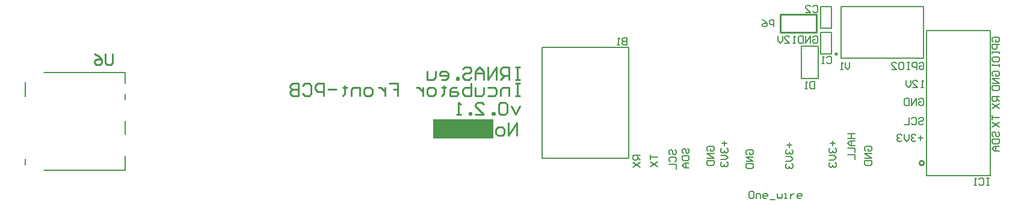
<source format=gbo>
G04*
G04 #@! TF.GenerationSoftware,Altium Limited,Altium Designer,18.1.9 (240)*
G04*
G04 Layer_Color=32896*
%FSAX25Y25*%
%MOIN*%
G70*
G01*
G75*
%ADD10C,0.00984*%
%ADD11C,0.00787*%
%ADD12C,0.00591*%
%ADD14C,0.01000*%
%ADD64C,0.00394*%
%ADD65R,0.33435X0.10700*%
D10*
X0604826Y0355192D02*
G03*
X0604826Y0355192I-0000536J0000000D01*
G01*
D11*
X0165322Y0290607D02*
X0210243D01*
X0165361Y0345056D02*
X0210342D01*
X0154889Y0293631D02*
Y0296938D01*
Y0331702D02*
Y0339615D01*
X0210361Y0338946D02*
Y0345036D01*
X0210342Y0345056D02*
X0210361Y0345036D01*
X0210283Y0329890D02*
Y0332804D01*
X0210322Y0310560D02*
Y0317922D01*
X0210243Y0290607D02*
Y0298552D01*
X0667218Y0287513D02*
X0689639D01*
Y0368261D01*
X0654206D02*
X0689639D01*
X0654206Y0308183D02*
Y0368261D01*
X0654187Y0287513D02*
X0667218D01*
X0654206Y0287639D02*
Y0308183D01*
Y0287639D02*
X0654332Y0287513D01*
X0606850Y0352869D02*
Y0381570D01*
X0652558D01*
X0652637Y0381491D01*
Y0352869D02*
Y0381491D01*
X0606850Y0352869D02*
X0652637D01*
X0595547Y0367305D02*
X0601492D01*
Y0355258D02*
Y0367305D01*
X0595547Y0355258D02*
X0601492D01*
X0595547D02*
Y0367305D01*
X0601553Y0369495D02*
Y0381542D01*
X0595608D02*
X0601553D01*
X0595608Y0369495D02*
Y0381542D01*
Y0369495D02*
X0601553D01*
X0585115Y0359498D02*
X0594288D01*
Y0341781D02*
Y0359498D01*
X0594170Y0341663D02*
X0594288Y0341781D01*
X0585115Y0341663D02*
X0594170D01*
X0585115D02*
Y0359498D01*
X0489060Y0297285D02*
X0489192Y0297680D01*
X0441239Y0297285D02*
X0441279Y0302443D01*
Y0304214D01*
Y0359057D01*
X0441239Y0297285D02*
X0489060D01*
X0489192Y0297680D02*
Y0359057D01*
X0441279D02*
X0489192D01*
D12*
X0569800Y0370400D02*
Y0374336D01*
X0567832D01*
X0567176Y0373680D01*
Y0372368D01*
X0567832Y0371712D01*
X0569800D01*
X0563240Y0374336D02*
X0564552Y0373680D01*
X0565864Y0372368D01*
Y0371056D01*
X0565208Y0370400D01*
X0563896D01*
X0563240Y0371056D01*
Y0371712D01*
X0563896Y0372368D01*
X0565864D01*
X0581700Y0361300D02*
X0580388D01*
X0581044D01*
Y0365236D01*
X0581700Y0364580D01*
X0575796Y0361300D02*
X0578420D01*
X0575796Y0363924D01*
Y0364580D01*
X0576452Y0365236D01*
X0577764D01*
X0578420Y0364580D01*
X0574484Y0365236D02*
Y0362612D01*
X0573173Y0361300D01*
X0571861Y0362612D01*
Y0365236D01*
X0591276Y0364580D02*
X0591932Y0365236D01*
X0593244D01*
X0593900Y0364580D01*
Y0361956D01*
X0593244Y0361300D01*
X0591932D01*
X0591276Y0361956D01*
Y0363268D01*
X0592588D01*
X0589964Y0361300D02*
Y0365236D01*
X0587340Y0361300D01*
Y0365236D01*
X0586028D02*
Y0361300D01*
X0584061D01*
X0583405Y0361956D01*
Y0364580D01*
X0584061Y0365236D01*
X0586028D01*
X0620720Y0301176D02*
X0620064Y0301832D01*
Y0303144D01*
X0620720Y0303800D01*
X0623344D01*
X0624000Y0303144D01*
Y0301832D01*
X0623344Y0301176D01*
X0622032D01*
Y0302488D01*
X0624000Y0299864D02*
X0620064D01*
X0624000Y0297240D01*
X0620064D01*
Y0295929D02*
X0624000D01*
Y0293961D01*
X0623344Y0293305D01*
X0620720D01*
X0620064Y0293961D01*
Y0295929D01*
X0602332Y0306800D02*
Y0304176D01*
X0601020Y0305488D02*
X0603644D01*
X0601020Y0302864D02*
X0600364Y0302208D01*
Y0300896D01*
X0601020Y0300240D01*
X0601676D01*
X0602332Y0300896D01*
Y0301552D01*
Y0300896D01*
X0602988Y0300240D01*
X0603644D01*
X0604300Y0300896D01*
Y0302208D01*
X0603644Y0302864D01*
X0600364Y0298928D02*
X0602988D01*
X0604300Y0297617D01*
X0602988Y0296305D01*
X0600364D01*
X0601020Y0294993D02*
X0600364Y0294337D01*
Y0293025D01*
X0601020Y0292369D01*
X0601676D01*
X0602332Y0293025D01*
Y0293681D01*
Y0293025D01*
X0602988Y0292369D01*
X0603644D01*
X0604300Y0293025D01*
Y0294337D01*
X0603644Y0294993D01*
X0610764Y0310900D02*
X0614700D01*
X0612732D01*
Y0308276D01*
X0610764D01*
X0614700D01*
Y0306964D02*
X0612076D01*
X0610764Y0305652D01*
X0612076Y0304340D01*
X0614700D01*
X0612732D01*
Y0306964D01*
X0610764Y0303028D02*
X0614700D01*
Y0300405D01*
X0610764Y0299093D02*
X0614700D01*
Y0296469D01*
X0557868Y0278836D02*
X0556556D01*
X0555900Y0278180D01*
Y0275556D01*
X0556556Y0274900D01*
X0557868D01*
X0558524Y0275556D01*
Y0278180D01*
X0557868Y0278836D01*
X0559836Y0274900D02*
Y0277524D01*
X0561804D01*
X0562460Y0276868D01*
Y0274900D01*
X0565739D02*
X0564427D01*
X0563771Y0275556D01*
Y0276868D01*
X0564427Y0277524D01*
X0565739D01*
X0566395Y0276868D01*
Y0276212D01*
X0563771D01*
X0567707Y0274244D02*
X0570331D01*
X0571643Y0277524D02*
Y0275556D01*
X0572299Y0274900D01*
X0572955Y0275556D01*
X0573611Y0274900D01*
X0574267Y0275556D01*
Y0277524D01*
X0575579Y0274900D02*
X0576891D01*
X0576235D01*
Y0277524D01*
X0575579D01*
X0578859D02*
Y0274900D01*
Y0276212D01*
X0579514Y0276868D01*
X0580170Y0277524D01*
X0580826D01*
X0584762Y0274900D02*
X0583450D01*
X0582794Y0275556D01*
Y0276868D01*
X0583450Y0277524D01*
X0584762D01*
X0585418Y0276868D01*
Y0276212D01*
X0582794D01*
X0578332Y0306000D02*
Y0303376D01*
X0577020Y0304688D02*
X0579644D01*
X0577020Y0302064D02*
X0576364Y0301408D01*
Y0300096D01*
X0577020Y0299440D01*
X0577676D01*
X0578332Y0300096D01*
Y0300752D01*
Y0300096D01*
X0578988Y0299440D01*
X0579644D01*
X0580300Y0300096D01*
Y0301408D01*
X0579644Y0302064D01*
X0576364Y0298129D02*
X0578988D01*
X0580300Y0296817D01*
X0578988Y0295505D01*
X0576364D01*
X0577020Y0294193D02*
X0576364Y0293537D01*
Y0292225D01*
X0577020Y0291569D01*
X0577676D01*
X0578332Y0292225D01*
Y0292881D01*
Y0292225D01*
X0578988Y0291569D01*
X0579644D01*
X0580300Y0292225D01*
Y0293537D01*
X0579644Y0294193D01*
X0554920Y0299376D02*
X0554264Y0300032D01*
Y0301344D01*
X0554920Y0302000D01*
X0557544D01*
X0558200Y0301344D01*
Y0300032D01*
X0557544Y0299376D01*
X0556232D01*
Y0300688D01*
X0558200Y0298064D02*
X0554264D01*
X0558200Y0295440D01*
X0554264D01*
Y0294128D02*
X0558200D01*
Y0292161D01*
X0557544Y0291505D01*
X0554920D01*
X0554264Y0292161D01*
Y0294128D01*
X0533220Y0301176D02*
X0532564Y0301832D01*
Y0303144D01*
X0533220Y0303800D01*
X0535844D01*
X0536500Y0303144D01*
Y0301832D01*
X0535844Y0301176D01*
X0534532D01*
Y0302488D01*
X0536500Y0299864D02*
X0532564D01*
X0536500Y0297240D01*
X0532564D01*
Y0295929D02*
X0536500D01*
Y0293961D01*
X0535844Y0293305D01*
X0533220D01*
X0532564Y0293961D01*
Y0295929D01*
X0519520Y0299776D02*
X0518864Y0300432D01*
Y0301744D01*
X0519520Y0302400D01*
X0520176D01*
X0520832Y0301744D01*
Y0300432D01*
X0521488Y0299776D01*
X0522144D01*
X0522800Y0300432D01*
Y0301744D01*
X0522144Y0302400D01*
X0518864Y0298464D02*
X0522800D01*
Y0296496D01*
X0522144Y0295840D01*
X0519520D01*
X0518864Y0296496D01*
Y0298464D01*
X0522800Y0294529D02*
X0520176D01*
X0518864Y0293217D01*
X0520176Y0291905D01*
X0522800D01*
X0520832D01*
Y0294529D01*
X0512320Y0299176D02*
X0511664Y0299832D01*
Y0301144D01*
X0512320Y0301800D01*
X0512976D01*
X0513632Y0301144D01*
Y0299832D01*
X0514288Y0299176D01*
X0514944D01*
X0515600Y0299832D01*
Y0301144D01*
X0514944Y0301800D01*
X0512320Y0295240D02*
X0511664Y0295896D01*
Y0297208D01*
X0512320Y0297864D01*
X0514944D01*
X0515600Y0297208D01*
Y0295896D01*
X0514944Y0295240D01*
X0511664Y0293929D02*
X0515600D01*
Y0291305D01*
X0542332Y0306900D02*
Y0304276D01*
X0541020Y0305588D02*
X0543644D01*
X0541020Y0302964D02*
X0540364Y0302308D01*
Y0300996D01*
X0541020Y0300340D01*
X0541676D01*
X0542332Y0300996D01*
Y0301652D01*
Y0300996D01*
X0542988Y0300340D01*
X0543644D01*
X0544300Y0300996D01*
Y0302308D01*
X0543644Y0302964D01*
X0540364Y0299028D02*
X0542988D01*
X0544300Y0297717D01*
X0542988Y0296405D01*
X0540364D01*
X0541020Y0295093D02*
X0540364Y0294437D01*
Y0293125D01*
X0541020Y0292469D01*
X0541676D01*
X0542332Y0293125D01*
Y0293781D01*
Y0293125D01*
X0542988Y0292469D01*
X0543644D01*
X0544300Y0293125D01*
Y0294437D01*
X0543644Y0295093D01*
X0495500Y0298900D02*
X0491564D01*
Y0296932D01*
X0492220Y0296276D01*
X0493532D01*
X0494188Y0296932D01*
Y0298900D01*
Y0297588D02*
X0495500Y0296276D01*
X0491564Y0294964D02*
X0495500Y0292340D01*
X0491564D02*
X0495500Y0294964D01*
X0501364Y0299200D02*
Y0296576D01*
Y0297888D01*
X0505300D01*
X0501364Y0295264D02*
X0505300Y0292640D01*
X0501364D02*
X0505300Y0295264D01*
X0649976Y0329880D02*
X0650632Y0330536D01*
X0651944D01*
X0652600Y0329880D01*
Y0327256D01*
X0651944Y0326600D01*
X0650632D01*
X0649976Y0327256D01*
Y0328568D01*
X0651288D01*
X0648664Y0326600D02*
Y0330536D01*
X0646040Y0326600D01*
Y0330536D01*
X0644729D02*
Y0326600D01*
X0642761D01*
X0642105Y0327256D01*
Y0329880D01*
X0642761Y0330536D01*
X0644729D01*
X0691320Y0342776D02*
X0690664Y0343432D01*
Y0344744D01*
X0691320Y0345400D01*
X0693944D01*
X0694600Y0344744D01*
Y0343432D01*
X0693944Y0342776D01*
X0692632D01*
Y0344088D01*
X0694600Y0341464D02*
X0690664D01*
X0694600Y0338840D01*
X0690664D01*
Y0337528D02*
X0694600D01*
Y0335561D01*
X0693944Y0334905D01*
X0691320D01*
X0690664Y0335561D01*
Y0337528D01*
X0652400Y0308468D02*
X0649776D01*
X0651088Y0309780D02*
Y0307156D01*
X0648464Y0309780D02*
X0647808Y0310436D01*
X0646496D01*
X0645840Y0309780D01*
Y0309124D01*
X0646496Y0308468D01*
X0647152D01*
X0646496D01*
X0645840Y0307812D01*
Y0307156D01*
X0646496Y0306500D01*
X0647808D01*
X0648464Y0307156D01*
X0644528Y0310436D02*
Y0307812D01*
X0643217Y0306500D01*
X0641905Y0307812D01*
Y0310436D01*
X0640593Y0309780D02*
X0639937Y0310436D01*
X0638625D01*
X0637969Y0309780D01*
Y0309124D01*
X0638625Y0308468D01*
X0639281D01*
X0638625D01*
X0637969Y0307812D01*
Y0307156D01*
X0638625Y0306500D01*
X0639937D01*
X0640593Y0307156D01*
X0649976Y0319180D02*
X0650632Y0319836D01*
X0651944D01*
X0652600Y0319180D01*
Y0318524D01*
X0651944Y0317868D01*
X0650632D01*
X0649976Y0317212D01*
Y0316556D01*
X0650632Y0315900D01*
X0651944D01*
X0652600Y0316556D01*
X0646040Y0319180D02*
X0646696Y0319836D01*
X0648008D01*
X0648664Y0319180D01*
Y0316556D01*
X0648008Y0315900D01*
X0646696D01*
X0646040Y0316556D01*
X0644729Y0319836D02*
Y0315900D01*
X0642105D01*
X0691320Y0309176D02*
X0690664Y0309832D01*
Y0311144D01*
X0691320Y0311800D01*
X0691976D01*
X0692632Y0311144D01*
Y0309832D01*
X0693288Y0309176D01*
X0693944D01*
X0694600Y0309832D01*
Y0311144D01*
X0693944Y0311800D01*
X0690664Y0307864D02*
X0694600D01*
Y0305896D01*
X0693944Y0305240D01*
X0691320D01*
X0690664Y0305896D01*
Y0307864D01*
X0694600Y0303928D02*
X0691976D01*
X0690664Y0302617D01*
X0691976Y0301305D01*
X0694600D01*
X0692632D01*
Y0303928D01*
X0690564Y0321200D02*
Y0318576D01*
Y0319888D01*
X0694500D01*
X0690564Y0317264D02*
X0694500Y0314640D01*
X0690564D02*
X0694500Y0317264D01*
Y0331600D02*
X0690564D01*
Y0329632D01*
X0691220Y0328976D01*
X0692532D01*
X0693188Y0329632D01*
Y0331600D01*
Y0330288D02*
X0694500Y0328976D01*
X0690564Y0327664D02*
X0694500Y0325040D01*
X0690564D02*
X0694500Y0327664D01*
X0691320Y0361976D02*
X0690664Y0362632D01*
Y0363944D01*
X0691320Y0364600D01*
X0693944D01*
X0694600Y0363944D01*
Y0362632D01*
X0693944Y0361976D01*
X0692632D01*
Y0363288D01*
X0694600Y0360664D02*
X0690664D01*
Y0358696D01*
X0691320Y0358040D01*
X0692632D01*
X0693288Y0358696D01*
Y0360664D01*
X0690664Y0356729D02*
Y0355417D01*
Y0356073D01*
X0694600D01*
Y0356729D01*
Y0355417D01*
X0690664Y0351481D02*
Y0352793D01*
X0691320Y0353449D01*
X0693944D01*
X0694600Y0352793D01*
Y0351481D01*
X0693944Y0350825D01*
X0691320D01*
X0690664Y0351481D01*
X0694600Y0349513D02*
Y0348201D01*
Y0348857D01*
X0690664D01*
X0691320Y0349513D01*
X0650176Y0349780D02*
X0650832Y0350436D01*
X0652144D01*
X0652800Y0349780D01*
Y0347156D01*
X0652144Y0346500D01*
X0650832D01*
X0650176Y0347156D01*
Y0348468D01*
X0651488D01*
X0648864Y0346500D02*
Y0350436D01*
X0646896D01*
X0646240Y0349780D01*
Y0348468D01*
X0646896Y0347812D01*
X0648864D01*
X0644929Y0350436D02*
X0643617D01*
X0644273D01*
Y0346500D01*
X0644929D01*
X0643617D01*
X0639681Y0350436D02*
X0640993D01*
X0641649Y0349780D01*
Y0347156D01*
X0640993Y0346500D01*
X0639681D01*
X0639025Y0347156D01*
Y0349780D01*
X0639681Y0350436D01*
X0635089Y0346500D02*
X0637713D01*
X0635089Y0349124D01*
Y0349780D01*
X0635745Y0350436D01*
X0637057D01*
X0637713Y0349780D01*
X0652700Y0336500D02*
X0651388D01*
X0652044D01*
Y0340436D01*
X0652700Y0339780D01*
X0646796Y0336500D02*
X0649420D01*
X0646796Y0339124D01*
Y0339780D01*
X0647452Y0340436D01*
X0648764D01*
X0649420Y0339780D01*
X0645484Y0340436D02*
Y0337812D01*
X0644173Y0336500D01*
X0642861Y0337812D01*
Y0340436D01*
X0689100Y0286136D02*
X0687788D01*
X0688444D01*
Y0282200D01*
X0689100D01*
X0687788D01*
X0683196Y0285480D02*
X0683852Y0286136D01*
X0685164D01*
X0685820Y0285480D01*
Y0282856D01*
X0685164Y0282200D01*
X0683852D01*
X0683196Y0282856D01*
X0681884Y0282200D02*
X0680573D01*
X0681228D01*
Y0286136D01*
X0681884Y0285480D01*
X0611800Y0350536D02*
Y0347912D01*
X0610488Y0346600D01*
X0609176Y0347912D01*
Y0350536D01*
X0607864Y0346600D02*
X0606552D01*
X0607208D01*
Y0350536D01*
X0607864Y0349880D01*
X0488300Y0364236D02*
Y0360300D01*
X0486332D01*
X0485676Y0360956D01*
Y0361612D01*
X0486332Y0362268D01*
X0488300D01*
X0486332D01*
X0485676Y0362924D01*
Y0363580D01*
X0486332Y0364236D01*
X0488300D01*
X0484364Y0360300D02*
X0483052D01*
X0483708D01*
Y0364236D01*
X0484364Y0363580D01*
X0598876Y0353180D02*
X0599532Y0353836D01*
X0600844D01*
X0601500Y0353180D01*
Y0350556D01*
X0600844Y0349900D01*
X0599532D01*
X0598876Y0350556D01*
X0597564Y0349900D02*
X0596252D01*
X0596908D01*
Y0353836D01*
X0597564Y0353180D01*
X0591376Y0381580D02*
X0592032Y0382236D01*
X0593344D01*
X0594000Y0381580D01*
Y0378956D01*
X0593344Y0378300D01*
X0592032D01*
X0591376Y0378956D01*
X0587440Y0378300D02*
X0590064D01*
X0587440Y0380924D01*
Y0381580D01*
X0588096Y0382236D01*
X0589408D01*
X0590064Y0381580D01*
X0592200Y0339836D02*
Y0335900D01*
X0590232D01*
X0589576Y0336556D01*
Y0339180D01*
X0590232Y0339836D01*
X0592200D01*
X0588264Y0335900D02*
X0586952D01*
X0587608D01*
Y0339836D01*
X0588264Y0339180D01*
D14*
X0652967Y0294494D02*
G03*
X0652967Y0294494I-0001272J0000000D01*
G01*
X0573400Y0377300D02*
X0593400D01*
Y0367100D02*
Y0377300D01*
X0573400Y0367100D02*
X0593400D01*
X0573400D02*
Y0377300D01*
X0428900Y0326065D02*
X0426567Y0321400D01*
X0424235Y0326065D01*
X0421902Y0327231D02*
X0420736Y0328398D01*
X0418403D01*
X0417237Y0327231D01*
Y0322566D01*
X0418403Y0321400D01*
X0420736D01*
X0421902Y0322566D01*
Y0327231D01*
X0414904Y0321400D02*
Y0322566D01*
X0413738D01*
Y0321400D01*
X0414904D01*
X0404408D02*
X0409073D01*
X0404408Y0326065D01*
Y0327231D01*
X0405574Y0328398D01*
X0407907D01*
X0409073Y0327231D01*
X0402075Y0321400D02*
Y0322566D01*
X0400909D01*
Y0321400D01*
X0402075D01*
X0396244D02*
X0393911D01*
X0395078D01*
Y0328398D01*
X0396244Y0327231D01*
X0428900Y0338898D02*
X0426567D01*
X0427734D01*
Y0331900D01*
X0428900D01*
X0426567D01*
X0423069D02*
Y0336565D01*
X0419570D01*
X0418403Y0335399D01*
Y0331900D01*
X0411406Y0336565D02*
X0414904D01*
X0416071Y0335399D01*
Y0333066D01*
X0414904Y0331900D01*
X0411406D01*
X0409073Y0336565D02*
Y0333066D01*
X0407907Y0331900D01*
X0404408D01*
Y0336565D01*
X0402075Y0338898D02*
Y0331900D01*
X0398576D01*
X0397410Y0333066D01*
Y0334233D01*
Y0335399D01*
X0398576Y0336565D01*
X0402075D01*
X0393911D02*
X0391579D01*
X0390412Y0335399D01*
Y0331900D01*
X0393911D01*
X0395078Y0333066D01*
X0393911Y0334233D01*
X0390412D01*
X0386914Y0337731D02*
Y0336565D01*
X0388080D01*
X0385747D01*
X0386914D01*
Y0333066D01*
X0385747Y0331900D01*
X0381082D02*
X0378749D01*
X0377583Y0333066D01*
Y0335399D01*
X0378749Y0336565D01*
X0381082D01*
X0382248Y0335399D01*
Y0333066D01*
X0381082Y0331900D01*
X0375251Y0336565D02*
Y0331900D01*
Y0334233D01*
X0374084Y0335399D01*
X0372918Y0336565D01*
X0371752D01*
X0356590Y0338898D02*
X0361255D01*
Y0335399D01*
X0358923D01*
X0361255D01*
Y0331900D01*
X0354257Y0336565D02*
Y0331900D01*
Y0334233D01*
X0353091Y0335399D01*
X0351925Y0336565D01*
X0350759D01*
X0346093Y0331900D02*
X0343761D01*
X0342595Y0333066D01*
Y0335399D01*
X0343761Y0336565D01*
X0346093D01*
X0347260Y0335399D01*
Y0333066D01*
X0346093Y0331900D01*
X0340262D02*
Y0336565D01*
X0336763D01*
X0335597Y0335399D01*
Y0331900D01*
X0332098Y0337731D02*
Y0336565D01*
X0333264D01*
X0330932D01*
X0332098D01*
Y0333066D01*
X0330932Y0331900D01*
X0327433Y0335399D02*
X0322768D01*
X0320435Y0331900D02*
Y0338898D01*
X0316936D01*
X0315770Y0337731D01*
Y0335399D01*
X0316936Y0334233D01*
X0320435D01*
X0308772Y0337731D02*
X0309938Y0338898D01*
X0312271D01*
X0313437Y0337731D01*
Y0333066D01*
X0312271Y0331900D01*
X0309938D01*
X0308772Y0333066D01*
X0306440Y0338898D02*
Y0331900D01*
X0302941D01*
X0301774Y0333066D01*
Y0334233D01*
X0302941Y0335399D01*
X0306440D01*
X0302941D01*
X0301774Y0336565D01*
Y0337731D01*
X0302941Y0338898D01*
X0306440D01*
X0428900Y0347998D02*
X0426567D01*
X0427734D01*
Y0341000D01*
X0428900D01*
X0426567D01*
X0423069D02*
Y0347998D01*
X0419570D01*
X0418403Y0346831D01*
Y0344499D01*
X0419570Y0343333D01*
X0423069D01*
X0420736D02*
X0418403Y0341000D01*
X0416071D02*
Y0347998D01*
X0411406Y0341000D01*
Y0347998D01*
X0409073Y0341000D02*
Y0345665D01*
X0406741Y0347998D01*
X0404408Y0345665D01*
Y0341000D01*
Y0344499D01*
X0409073D01*
X0397410Y0346831D02*
X0398576Y0347998D01*
X0400909D01*
X0402075Y0346831D01*
Y0345665D01*
X0400909Y0344499D01*
X0398576D01*
X0397410Y0343333D01*
Y0342166D01*
X0398576Y0341000D01*
X0400909D01*
X0402075Y0342166D01*
X0395078Y0341000D02*
Y0342166D01*
X0393911D01*
Y0341000D01*
X0395078D01*
X0385747D02*
X0388080D01*
X0389246Y0342166D01*
Y0344499D01*
X0388080Y0345665D01*
X0385747D01*
X0384581Y0344499D01*
Y0343333D01*
X0389246D01*
X0382248Y0345665D02*
Y0342166D01*
X0381082Y0341000D01*
X0377583D01*
Y0345665D01*
X0427400Y0309800D02*
Y0316798D01*
X0422735Y0309800D01*
Y0316798D01*
X0419236Y0309800D02*
X0416903D01*
X0415737Y0310966D01*
Y0313299D01*
X0416903Y0314465D01*
X0419236D01*
X0420402Y0313299D01*
Y0310966D01*
X0419236Y0309800D01*
X0203296Y0355087D02*
Y0350089D01*
X0202297Y0349089D01*
X0200297D01*
X0199298Y0350089D01*
Y0355087D01*
X0193299D02*
X0195299Y0354087D01*
X0197298Y0352088D01*
Y0350089D01*
X0196299Y0349089D01*
X0194299D01*
X0193299Y0350089D01*
Y0351088D01*
X0194299Y0352088D01*
X0197298D01*
D64*
X0586453Y0358080D02*
G03*
X0586453Y0358080I-0000197J0000000D01*
G01*
D65*
X0397583Y0313450D02*
D03*
M02*

</source>
